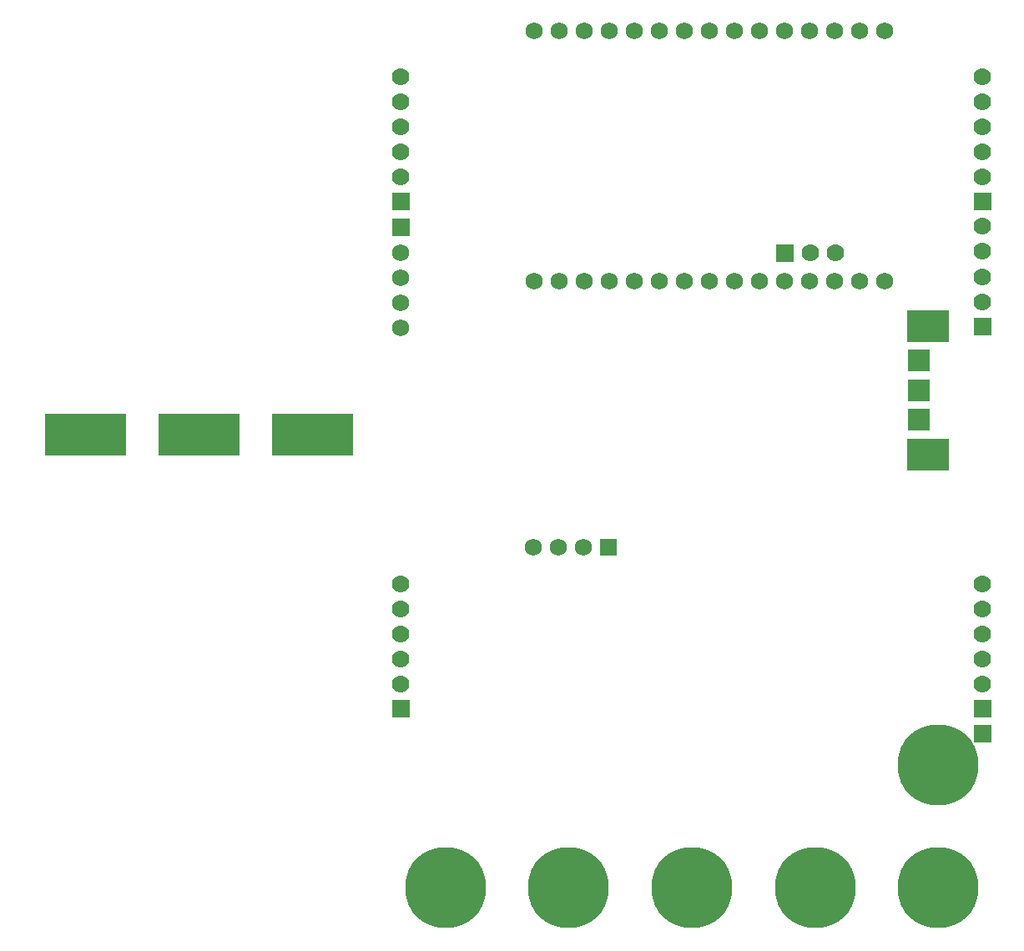
<source format=gts>
G04 Layer: TopSolderMaskLayer*
G04 EasyEDA v6.1.48, Wed, 22 May 2019 01:04:44 GMT*
G04 0b5e94fe1834435c81e6262c9c592282,60a67b2131f5436da047494d80ae1115,10*
G04 Gerber Generator version 0.2*
G04 Scale: 100 percent, Rotated: No, Reflected: No *
G04 Dimensions in millimeters *
G04 leading zeros omitted , absolute positions ,3 integer and 3 decimal *
%FSLAX33Y33*%
%MOMM*%
G90*
G71D02*

%ADD30R,4.203192X3.203194*%
%ADD32R,2.203196X2.203196*%
%ADD33C,8.203209*%
%ADD34C,1.727200*%
%ADD35C,1.778000*%

%LPD*%
G54D30*
G01X91499Y67000D03*
G01X91499Y54000D03*
G36*
G01X24899Y53899D02*
G01X24899Y58102D01*
G01X33101Y58102D01*
G01X33101Y53899D01*
G01X24899Y53899D01*
G37*
G36*
G01X13398Y53899D02*
G01X13398Y58102D01*
G01X21602Y58102D01*
G01X21602Y53899D01*
G01X13398Y53899D01*
G37*
G36*
G01X1897Y53899D02*
G01X1897Y58102D01*
G01X10101Y58102D01*
G01X10101Y53899D01*
G01X1897Y53899D01*
G37*
G54D32*
G01X90500Y60500D03*
G01X90500Y63500D03*
G01X90500Y57500D03*
G54D33*
G01X42500Y9999D03*
G01X54999Y9999D03*
G01X67499Y9999D03*
G01X80000Y9999D03*
G01X92499Y9999D03*
G01X92499Y22500D03*
G54D34*
G01X51498Y96997D03*
G01X54040Y97000D03*
G01X56580Y97000D03*
G01X59120Y97000D03*
G01X61660Y97000D03*
G01X64200Y97000D03*
G01X66740Y97000D03*
G01X69280Y97000D03*
G01X71820Y97000D03*
G01X74360Y97000D03*
G01X76900Y97000D03*
G01X79440Y97000D03*
G01X81980Y97000D03*
G01X84520Y97000D03*
G01X87060Y97000D03*
G01X51500Y71600D03*
G01X54040Y71600D03*
G01X56580Y71600D03*
G01X59120Y71600D03*
G01X61660Y71600D03*
G01X64200Y71600D03*
G01X66740Y71600D03*
G01X69280Y71600D03*
G01X71820Y71600D03*
G01X74360Y71600D03*
G01X76900Y71600D03*
G01X79440Y71600D03*
G01X81980Y71600D03*
G01X84520Y71600D03*
G01X87060Y71600D03*
G54D35*
G01X37999Y92350D03*
G01X37999Y89810D03*
G01X37999Y87270D03*
G01X37999Y84730D03*
G01X37999Y82190D03*
G36*
G01X37111Y78760D02*
G01X37111Y80538D01*
G01X38889Y80538D01*
G01X38889Y78760D01*
G01X37111Y78760D01*
G37*
G01X37999Y40850D03*
G01X37999Y38310D03*
G01X37999Y35770D03*
G01X37999Y33230D03*
G01X37999Y30690D03*
G36*
G01X37111Y27262D02*
G01X37111Y29040D01*
G01X38889Y29040D01*
G01X38889Y27262D01*
G01X37111Y27262D01*
G37*
G36*
G01X37137Y76177D02*
G01X37137Y77904D01*
G01X38864Y77904D01*
G01X38864Y76177D01*
G01X37137Y76177D01*
G37*
G54D34*
G01X37999Y74499D03*
G01X37999Y71959D03*
G01X37999Y69419D03*
G01X37999Y66879D03*
G54D35*
G01X82039Y74460D03*
G01X79499Y74460D03*
G36*
G01X76070Y73571D02*
G01X76070Y75349D01*
G01X77848Y75349D01*
G01X77848Y73571D01*
G01X76070Y73571D01*
G37*
G36*
G01X96111Y24770D02*
G01X96111Y26548D01*
G01X97889Y26548D01*
G01X97889Y24770D01*
G01X96111Y24770D01*
G37*
G01X97000Y77160D03*
G01X97000Y74600D03*
G01X97000Y72039D03*
G01X97000Y69499D03*
G36*
G01X96111Y66070D02*
G01X96111Y67848D01*
G01X97889Y67848D01*
G01X97889Y66070D01*
G01X96111Y66070D01*
G37*
G01X97000Y92350D03*
G01X97000Y89810D03*
G01X97000Y87270D03*
G01X97000Y84730D03*
G01X97000Y82190D03*
G36*
G01X96111Y78760D02*
G01X96111Y80538D01*
G01X97889Y80538D01*
G01X97889Y78760D01*
G01X96111Y78760D01*
G37*
G01X97000Y40850D03*
G01X97000Y38310D03*
G01X97000Y35770D03*
G01X97000Y33230D03*
G01X97000Y30690D03*
G36*
G01X96111Y27262D02*
G01X96111Y29040D01*
G01X97889Y29040D01*
G01X97889Y27262D01*
G01X96111Y27262D01*
G37*
G36*
G01X58163Y43736D02*
G01X58163Y45463D01*
G01X59890Y45463D01*
G01X59890Y43736D01*
G01X58163Y43736D01*
G37*
G54D34*
G01X56486Y44599D03*
G01X53946Y44599D03*
G01X51406Y44599D03*
M00*
M02*

</source>
